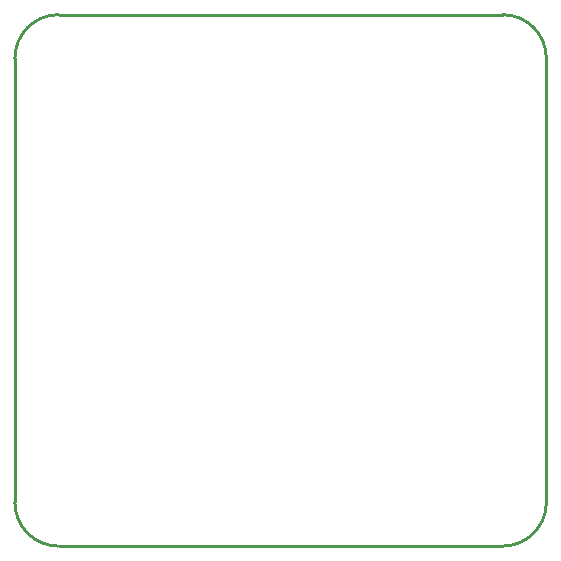
<source format=gko>
G04 Layer: BoardOutlineLayer*
G04 EasyEDA Pro v2.2.43.2, 2025-10-20 22:01:10*
G04 Gerber Generator version 0.3*
G04 Scale: 100 percent, Rotated: No, Reflected: No*
G04 Dimensions in millimeters*
G04 Leading zeros omitted, absolute positions, 4 integers and 5 decimals*
G04 Generated by one-click*
%FSLAX45Y45*%
%MOMM*%
%ADD10C,0.254*%
%ADD11C,0.6413*%
G75*


G04 Rect Start*
G54D10*
G01X0Y370000D02*
G01X0Y4130000D01*
G02X370000Y4500000I370000J0D01*
G01X4130000Y4500000D01*
G02X4500000Y4130000I0J-370000D01*
G01X4500000Y370000D01*
G02X4130000Y0I-370000J0D01*
G01X370000Y0D01*
G02X0Y370000I0J370000D01*
G04 Rect End*

M02*


</source>
